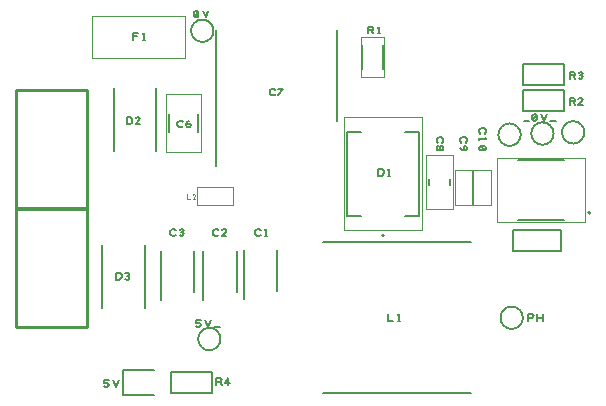
<source format=gto>
G04 DesignSpark PCB Gerber Version 12.0 Build 5942*
%FSLAX35Y35*%
%MOMM*%
%ADD16C,0.02540*%
%ADD14C,0.05000*%
%ADD15C,0.10000*%
%ADD12C,0.12700*%
%ADD11C,0.20000*%
%ADD13C,0.20320*%
%ADD10C,0.25400*%
X0Y0D02*
D02*
D10*
X43921880Y44703280D02*
Y45715280D01*
X43322270D01*
Y44703280D01*
X43921880D01*
X43922340Y45703280D02*
Y46715280D01*
X43322730D01*
Y45703280D01*
X43922340D01*
D02*
D11*
X44048770Y45403280D02*
Y44863280D01*
X44148570Y46730280D02*
Y46196280D01*
X44410770Y44863280D02*
Y45403280D01*
X44495230Y44338280D02*
X44225230D01*
Y44128280D01*
X44495230D01*
X44510970Y46196280D02*
Y46730280D01*
X44549770Y45348280D02*
Y44935780D01*
X44829770Y44998280D02*
Y45348280D01*
X44909770D02*
Y44935780D01*
X45012910Y46070780D02*
Y47218280D01*
X45189770Y44998280D02*
Y45348280D01*
X45249780Y45358280D02*
Y44945780D01*
X45529780Y45008280D02*
Y45358280D01*
X45924770Y44143280D02*
X47174770D01*
X46042910Y46445780D02*
Y47218280D01*
X46429770Y45488280D02*
G75*
G03*
Y45468280I0J-10000D01*
G01*
G75*
G03*
Y45488280I0J10000D01*
G01*
X47174770Y45423280D02*
X45924770D01*
X48166770Y45672780D02*
G75*
G03*
X48186770I10000J0D01*
G01*
G75*
G03*
X48166770I-10000J0D01*
G01*
D02*
D12*
X44069770Y44202030D02*
X44079150Y44197340D01*
X44093210D01*
X44102580Y44202030D01*
X44107270Y44211410D01*
Y44216090D01*
X44102580Y44225470D01*
X44093210Y44230160D01*
X44069770D01*
Y44253590D01*
X44107270D01*
X44144770D02*
X44168210Y44197340D01*
X44191650Y44253590D01*
X44169770Y45107340D02*
Y45163590D01*
X44197900D01*
X44207270Y45158910D01*
X44211960Y45154220D01*
X44216650Y45144840D01*
Y45126090D01*
X44211960Y45116720D01*
X44207270Y45112030D01*
X44197900Y45107340D01*
X44169770D01*
X44249460Y45112030D02*
X44258830Y45107340D01*
X44268210D01*
X44277580Y45112030D01*
X44282270Y45121410D01*
X44277580Y45130780D01*
X44268210Y45135470D01*
X44258830D01*
X44268210D02*
X44277580Y45140160D01*
X44282270Y45149530D01*
X44277580Y45158910D01*
X44268210Y45163590D01*
X44258830D01*
X44249460Y45158910D01*
X44259770Y46427340D02*
Y46483590D01*
X44287900D01*
X44297270Y46478910D01*
X44301960Y46474220D01*
X44306650Y46464840D01*
Y46446090D01*
X44301960Y46436720D01*
X44297270Y46432030D01*
X44287900Y46427340D01*
X44259770D01*
X44372270D02*
X44334770D01*
X44367580Y46460160D01*
X44372270Y46469530D01*
X44367580Y46478910D01*
X44358210Y46483590D01*
X44344150D01*
X44334770Y46478910D01*
X44309770Y47137340D02*
Y47193590D01*
X44356650D01*
X44347270Y47165470D02*
X44309770D01*
X44394150Y47137340D02*
X44412900D01*
X44403520D02*
Y47193590D01*
X44394150Y47184220D01*
X44614770Y46355280D02*
Y46511280D01*
X44676650Y45486720D02*
X44671960Y45482030D01*
X44662580Y45477340D01*
X44648520D01*
X44639150Y45482030D01*
X44634460Y45486720D01*
X44629770Y45496090D01*
Y45514840D01*
X44634460Y45524220D01*
X44639150Y45528910D01*
X44648520Y45533590D01*
X44662580D01*
X44671960Y45528910D01*
X44676650Y45524220D01*
X44709460Y45482030D02*
X44718830Y45477340D01*
X44728210D01*
X44737580Y45482030D01*
X44742270Y45491410D01*
X44737580Y45500780D01*
X44728210Y45505470D01*
X44718830D01*
X44728210D02*
X44737580Y45510160D01*
X44742270Y45519530D01*
X44737580Y45528910D01*
X44728210Y45533590D01*
X44718830D01*
X44709460Y45528910D01*
X44736650Y46406720D02*
X44731960Y46402030D01*
X44722580Y46397340D01*
X44708520D01*
X44699150Y46402030D01*
X44694460Y46406720D01*
X44689770Y46416090D01*
Y46434840D01*
X44694460Y46444220D01*
X44699150Y46448910D01*
X44708520Y46453590D01*
X44722580D01*
X44731960Y46448910D01*
X44736650Y46444220D01*
X44764770Y46411410D02*
X44769460Y46420780D01*
X44778830Y46425470D01*
X44788210D01*
X44797580Y46420780D01*
X44802270Y46411410D01*
X44797580Y46402030D01*
X44788210Y46397340D01*
X44778830D01*
X44769460Y46402030D01*
X44764770Y46411410D01*
Y46425470D01*
X44769460Y46439530D01*
X44778830Y46448910D01*
X44788210Y46453590D01*
X44834460Y47332030D02*
X44843830Y47327340D01*
X44853210D01*
X44862580Y47332030D01*
X44867270Y47341410D01*
Y47369530D01*
X44862580Y47378910D01*
X44853210Y47383590D01*
X44843830D01*
X44834460Y47378910D01*
X44829770Y47369530D01*
Y47341410D01*
X44834460Y47332030D01*
X44862580Y47378910D01*
X44904770Y47383590D02*
X44928210Y47327340D01*
X44951650Y47383590D01*
X44849770Y44712030D02*
X44859150Y44707340D01*
X44873210D01*
X44882580Y44712030D01*
X44887270Y44721410D01*
Y44726090D01*
X44882580Y44735470D01*
X44873210Y44740160D01*
X44849770D01*
Y44763590D01*
X44887270D01*
X44924770D02*
X44948210Y44707340D01*
X44971650Y44763590D01*
X44999770Y44707340D02*
X45046650D01*
X44864520Y44603280D02*
G75*
G03*
X44959770Y44508030I95250J0D01*
G01*
G75*
G03*
X45055020Y44603280I0J95250D01*
G01*
G75*
G03*
X44959770Y44698530I-95250J0D01*
G01*
G75*
G03*
X44864520Y44603280I0J-95250D01*
G01*
X44864770Y46355280D02*
Y46511280D01*
X44899770Y47118030D02*
G75*
G03*
X44995020Y47213280I0J95250D01*
G01*
G75*
G03*
X44899770Y47308530I-95250J0D01*
G01*
G75*
G03*
X44804520Y47213280I0J-95250D01*
G01*
G75*
G03*
X44899770Y47118030I95250J0D01*
G01*
X45036650Y45486720D02*
X45031960Y45482030D01*
X45022580Y45477340D01*
X45008520D01*
X44999150Y45482030D01*
X44994460Y45486720D01*
X44989770Y45496090D01*
Y45514840D01*
X44994460Y45524220D01*
X44999150Y45528910D01*
X45008520Y45533590D01*
X45022580D01*
X45031960Y45528910D01*
X45036650Y45524220D01*
X45102270Y45477340D02*
X45064770D01*
X45097580Y45510160D01*
X45102270Y45519530D01*
X45097580Y45528910D01*
X45088210Y45533590D01*
X45074150D01*
X45064770Y45528910D01*
X45019770Y44215620D02*
Y44271870D01*
X45052580D01*
X45061960Y44267190D01*
X45066650Y44257810D01*
X45061960Y44248440D01*
X45052580Y44243750D01*
X45019770D01*
X45052580D02*
X45066650Y44215620D01*
X45118210D02*
Y44271870D01*
X45094770Y44234370D01*
X45132270D01*
X45394940Y45486720D02*
X45390250Y45482030D01*
X45380870Y45477340D01*
X45366810D01*
X45357440Y45482030D01*
X45352750Y45486720D01*
X45348060Y45496090D01*
Y45514840D01*
X45352750Y45524220D01*
X45357440Y45528910D01*
X45366810Y45533590D01*
X45380870D01*
X45390250Y45528910D01*
X45394940Y45524220D01*
X45432440Y45477340D02*
X45451190D01*
X45441810D02*
Y45533590D01*
X45432440Y45524220D01*
X45516650Y46676720D02*
X45511960Y46672030D01*
X45502580Y46667340D01*
X45488520D01*
X45479150Y46672030D01*
X45474460Y46676720D01*
X45469770Y46686090D01*
Y46704840D01*
X45474460Y46714220D01*
X45479150Y46718910D01*
X45488520Y46723590D01*
X45502580D01*
X45511960Y46718910D01*
X45516650Y46714220D01*
X45544770Y46667340D02*
X45582270Y46723590D01*
X45544770D01*
X46244920Y45648280D02*
X46124770D01*
Y46358280D01*
X46244920D01*
X46250770Y47093280D02*
Y46893280D01*
X46299770Y47191090D02*
Y47247340D01*
X46332580D01*
X46341960Y47242660D01*
X46346650Y47233280D01*
X46341960Y47223910D01*
X46332580Y47219220D01*
X46299770D01*
X46332580D02*
X46346650Y47191090D01*
X46384150D02*
X46402900D01*
X46393520D02*
Y47247340D01*
X46384150Y47237970D01*
X46389770Y45987340D02*
Y46043590D01*
X46417900D01*
X46427270Y46038910D01*
X46431960Y46034220D01*
X46436650Y46024840D01*
Y46006090D01*
X46431960Y45996720D01*
X46427270Y45992030D01*
X46417900Y45987340D01*
X46389770D01*
X46474150D02*
X46492900D01*
X46483520D02*
Y46043590D01*
X46474150Y46034220D01*
X46428770Y47093280D02*
Y46893280D01*
X46469770Y44813590D02*
Y44757340D01*
X46516650D01*
X46554150D02*
X46572900D01*
X46563520D02*
Y44813590D01*
X46554150Y44804220D01*
X46614620Y45648280D02*
X46734770D01*
Y46358280D01*
X46614620D01*
X46819770Y45904280D02*
Y45962280D01*
X46893210Y46266400D02*
X46888520Y46271090D01*
X46883830Y46280470D01*
Y46294530D01*
X46888520Y46303900D01*
X46893210Y46308590D01*
X46902580Y46313280D01*
X46921330D01*
X46930710Y46308590D01*
X46935400Y46303900D01*
X46940080Y46294530D01*
Y46280470D01*
X46935400Y46271090D01*
X46930710Y46266400D01*
X46911960Y46224220D02*
Y46214840D01*
X46916650Y46205470D01*
X46926020Y46200780D01*
X46935400Y46205470D01*
X46940080Y46214840D01*
Y46224220D01*
X46935400Y46233590D01*
X46926020Y46238280D01*
X46916650Y46233590D01*
X46911960Y46224220D01*
X46907270Y46233590D01*
X46897900Y46238280D01*
X46888520Y46233590D01*
X46883830Y46224220D01*
Y46214840D01*
X46888520Y46205470D01*
X46897900Y46200780D01*
X46907270Y46205470D01*
X46911960Y46214840D01*
X46999770Y45904280D02*
Y45962280D01*
X47093210Y46266400D02*
X47088520Y46271090D01*
X47083830Y46280470D01*
Y46294530D01*
X47088520Y46303900D01*
X47093210Y46308590D01*
X47102580Y46313280D01*
X47121330D01*
X47130710Y46308590D01*
X47135400Y46303900D01*
X47140080Y46294530D01*
Y46280470D01*
X47135400Y46271090D01*
X47130710Y46266400D01*
X47083830Y46224220D02*
X47088520Y46214840D01*
X47097900Y46205470D01*
X47111960Y46200780D01*
X47126020D01*
X47135400Y46205470D01*
X47140080Y46214840D01*
Y46224220D01*
X47135400Y46233590D01*
X47126020Y46238280D01*
X47116650Y46233590D01*
X47111960Y46224220D01*
Y46214840D01*
X47116650Y46205470D01*
X47126020Y46200780D01*
X47253210Y46341400D02*
X47248520Y46346090D01*
X47243830Y46355470D01*
Y46369530D01*
X47248520Y46378900D01*
X47253210Y46383590D01*
X47262580Y46388280D01*
X47281330D01*
X47290710Y46383590D01*
X47295400Y46378900D01*
X47300080Y46369530D01*
Y46355470D01*
X47295400Y46346090D01*
X47290710Y46341400D01*
X47243830Y46303900D02*
Y46285150D01*
Y46294530D02*
X47300080D01*
X47290710Y46303900D01*
X47248520Y46233590D02*
X47243830Y46224220D01*
Y46214840D01*
X47248520Y46205470D01*
X47257900Y46200780D01*
X47286020D01*
X47295400Y46205470D01*
X47300080Y46214840D01*
Y46224220D01*
X47295400Y46233590D01*
X47286020Y46238280D01*
X47257900D01*
X47248520Y46233590D01*
X47295400Y46205470D01*
X47406060Y46333280D02*
G75*
G03*
X47501310Y46238030I95250J0D01*
G01*
G75*
G03*
X47596560Y46333280I0J95250D01*
G01*
G75*
G03*
X47501310Y46428530I-95250J0D01*
G01*
G75*
G03*
X47406060Y46333280I0J-95250D01*
G01*
X47424520Y44783280D02*
G75*
G03*
X47519770Y44688030I95250J0D01*
G01*
G75*
G03*
X47615020Y44783280I0J95250D01*
G01*
G75*
G03*
X47519770Y44878530I-95250J0D01*
G01*
G75*
G03*
X47424520Y44783280I0J-95250D01*
G01*
X47527810Y45352660D02*
X47933810D01*
Y45530460D01*
X47527810D01*
Y45352660D01*
X47619770Y46452590D02*
X47666650D01*
X47699460Y46457280D02*
X47708830Y46452590D01*
X47718210D01*
X47727580Y46457280D01*
X47732270Y46466660D01*
Y46494780D01*
X47727580Y46504160D01*
X47718210Y46508840D01*
X47708830D01*
X47699460Y46504160D01*
X47694770Y46494780D01*
Y46466660D01*
X47699460Y46457280D01*
X47727580Y46504160D01*
X47769770Y46508840D02*
X47793210Y46452590D01*
X47816650Y46508840D01*
X47844770Y46452590D02*
X47891650D01*
X47659770Y44757340D02*
Y44813590D01*
X47692580D01*
X47701960Y44808910D01*
X47706650Y44799530D01*
X47701960Y44790160D01*
X47692580Y44785470D01*
X47659770D01*
X47734770Y44757340D02*
Y44813590D01*
Y44785470D02*
X47781650D01*
Y44757340D02*
Y44813590D01*
X47684520Y46343280D02*
G75*
G03*
X47779770Y46248030I95250J0D01*
G01*
G75*
G03*
X47875020Y46343280I0J95250D01*
G01*
G75*
G03*
X47779770Y46438530I-95250J0D01*
G01*
G75*
G03*
X47684520Y46343280I0J-95250D01*
G01*
X47944520Y46353280D02*
G75*
G03*
X48039770Y46258030I95250J0D01*
G01*
G75*
G03*
X48135020Y46353280I0J95250D01*
G01*
G75*
G03*
X48039770Y46448530I-95250J0D01*
G01*
G75*
G03*
X47944520Y46353280I0J-95250D01*
G01*
X47964770Y45610780D02*
X47574770D01*
X47964770Y46115780D02*
X47574770D01*
X48009770Y46587340D02*
Y46643590D01*
X48042580D01*
X48051960Y46638910D01*
X48056650Y46629530D01*
X48051960Y46620160D01*
X48042580Y46615470D01*
X48009770D01*
X48042580D02*
X48056650Y46587340D01*
X48122270D02*
X48084770D01*
X48117580Y46620160D01*
X48122270Y46629530D01*
X48117580Y46638910D01*
X48108210Y46643590D01*
X48094150D01*
X48084770Y46638910D01*
X48009770Y46807340D02*
Y46863590D01*
X48042580D01*
X48051960Y46858910D01*
X48056650Y46849530D01*
X48051960Y46840160D01*
X48042580Y46835470D01*
X48009770D01*
X48042580D02*
X48056650Y46807340D01*
X48089460Y46812030D02*
X48098830Y46807340D01*
X48108210D01*
X48117580Y46812030D01*
X48122270Y46821410D01*
X48117580Y46830780D01*
X48108210Y46835470D01*
X48098830D01*
X48108210D02*
X48117580Y46840160D01*
X48122270Y46849530D01*
X48117580Y46858910D01*
X48108210Y46863590D01*
X48098830D01*
X48089460Y46858910D01*
D02*
D13*
X44636770Y44144380D02*
Y44322180D01*
X44980770D01*
Y44144380D01*
X44636770D01*
X47616770Y46534380D02*
Y46712180D01*
X47960770D01*
Y46534380D01*
X47616770D01*
X47962770Y46932180D02*
Y46754380D01*
X47618770D01*
Y46932180D01*
X47962770D01*
D02*
D14*
X44589770Y46188280D02*
X44889770D01*
Y46678280D01*
X44589770D01*
Y46188280D01*
X45160570Y45889080D02*
Y45737480D01*
X44858970D01*
Y45889080D01*
X45160570D01*
X46099770Y45525280D02*
Y46481280D01*
X46759770D01*
Y45525280D01*
X46099770D01*
X46435770Y47162280D02*
Y46824280D01*
X46243770D01*
Y47162280D01*
X46435770D01*
X46793970Y46164080D02*
X47025570D01*
Y45702480D01*
X46793970D01*
Y46164080D01*
X47035770Y46031780D02*
X47183770D01*
Y45734780D01*
X47035770D01*
Y46031780D01*
X47195770D02*
X47343770D01*
Y45734780D01*
X47195770D01*
Y46031780D01*
X47397270Y46133280D02*
Y45593280D01*
X48142270D01*
Y46133280D01*
X47397270D01*
D02*
D15*
X43970270Y47341280D02*
X44757270D01*
Y46985280D01*
X43970270D01*
Y47341280D01*
D02*
D16*
X44769770Y45828520D02*
Y45792330D01*
X44799930D01*
X44842160D02*
X44818030D01*
X44839140Y45813440D01*
X44842160Y45819480D01*
X44839140Y45825510D01*
X44833110Y45828520D01*
X44824060D01*
X44818030Y45825510D01*
X0Y0D02*
M02*

</source>
